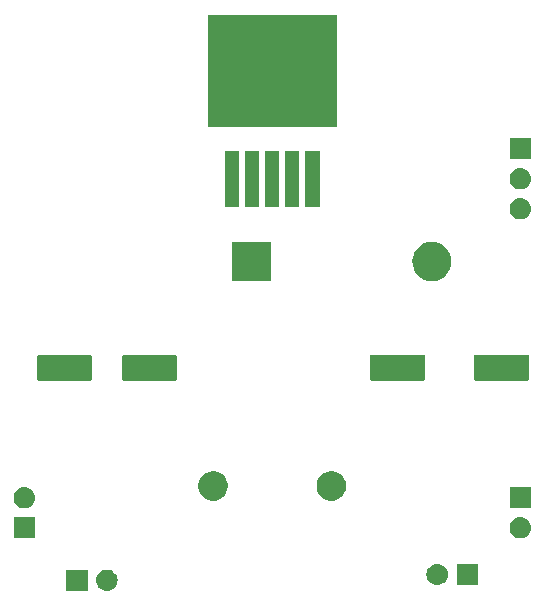
<source format=gbr>
G04 #@! TF.GenerationSoftware,KiCad,Pcbnew,(5.1.2-1)-1*
G04 #@! TF.CreationDate,2020-02-13T23:28:20-08:00*
G04 #@! TF.ProjectId,LM2576,4c4d3235-3736-42e6-9b69-6361645f7063,rev?*
G04 #@! TF.SameCoordinates,Original*
G04 #@! TF.FileFunction,Soldermask,Top*
G04 #@! TF.FilePolarity,Negative*
%FSLAX46Y46*%
G04 Gerber Fmt 4.6, Leading zero omitted, Abs format (unit mm)*
G04 Created by KiCad (PCBNEW (5.1.2-1)-1) date 2020-02-13 23:28:20*
%MOMM*%
%LPD*%
G04 APERTURE LIST*
%ADD10C,0.100000*%
G04 APERTURE END LIST*
D10*
G36*
X23110442Y-67105518D02*
G01*
X23176627Y-67112037D01*
X23346466Y-67163557D01*
X23502991Y-67247222D01*
X23538729Y-67276552D01*
X23640186Y-67359814D01*
X23723448Y-67461271D01*
X23752778Y-67497009D01*
X23836443Y-67653534D01*
X23887963Y-67823373D01*
X23905359Y-68000000D01*
X23887963Y-68176627D01*
X23836443Y-68346466D01*
X23752778Y-68502991D01*
X23723448Y-68538729D01*
X23640186Y-68640186D01*
X23538729Y-68723448D01*
X23502991Y-68752778D01*
X23346466Y-68836443D01*
X23176627Y-68887963D01*
X23110443Y-68894481D01*
X23044260Y-68901000D01*
X22955740Y-68901000D01*
X22889557Y-68894481D01*
X22823373Y-68887963D01*
X22653534Y-68836443D01*
X22497009Y-68752778D01*
X22461271Y-68723448D01*
X22359814Y-68640186D01*
X22276552Y-68538729D01*
X22247222Y-68502991D01*
X22163557Y-68346466D01*
X22112037Y-68176627D01*
X22094641Y-68000000D01*
X22112037Y-67823373D01*
X22163557Y-67653534D01*
X22247222Y-67497009D01*
X22276552Y-67461271D01*
X22359814Y-67359814D01*
X22461271Y-67276552D01*
X22497009Y-67247222D01*
X22653534Y-67163557D01*
X22823373Y-67112037D01*
X22889558Y-67105518D01*
X22955740Y-67099000D01*
X23044260Y-67099000D01*
X23110442Y-67105518D01*
X23110442Y-67105518D01*
G37*
G36*
X21361000Y-68901000D02*
G01*
X19559000Y-68901000D01*
X19559000Y-67099000D01*
X21361000Y-67099000D01*
X21361000Y-68901000D01*
X21361000Y-68901000D01*
G37*
G36*
X51070442Y-66605518D02*
G01*
X51136627Y-66612037D01*
X51306466Y-66663557D01*
X51462991Y-66747222D01*
X51498729Y-66776552D01*
X51600186Y-66859814D01*
X51683448Y-66961271D01*
X51712778Y-66997009D01*
X51796443Y-67153534D01*
X51847963Y-67323373D01*
X51865359Y-67500000D01*
X51847963Y-67676627D01*
X51796443Y-67846466D01*
X51712778Y-68002991D01*
X51683448Y-68038729D01*
X51600186Y-68140186D01*
X51498729Y-68223448D01*
X51462991Y-68252778D01*
X51306466Y-68336443D01*
X51136627Y-68387963D01*
X51070442Y-68394482D01*
X51004260Y-68401000D01*
X50915740Y-68401000D01*
X50849558Y-68394482D01*
X50783373Y-68387963D01*
X50613534Y-68336443D01*
X50457009Y-68252778D01*
X50421271Y-68223448D01*
X50319814Y-68140186D01*
X50236552Y-68038729D01*
X50207222Y-68002991D01*
X50123557Y-67846466D01*
X50072037Y-67676627D01*
X50054641Y-67500000D01*
X50072037Y-67323373D01*
X50123557Y-67153534D01*
X50207222Y-66997009D01*
X50236552Y-66961271D01*
X50319814Y-66859814D01*
X50421271Y-66776552D01*
X50457009Y-66747222D01*
X50613534Y-66663557D01*
X50783373Y-66612037D01*
X50849558Y-66605518D01*
X50915740Y-66599000D01*
X51004260Y-66599000D01*
X51070442Y-66605518D01*
X51070442Y-66605518D01*
G37*
G36*
X54401000Y-68401000D02*
G01*
X52599000Y-68401000D01*
X52599000Y-66599000D01*
X54401000Y-66599000D01*
X54401000Y-68401000D01*
X54401000Y-68401000D01*
G37*
G36*
X16901000Y-64441000D02*
G01*
X15099000Y-64441000D01*
X15099000Y-62639000D01*
X16901000Y-62639000D01*
X16901000Y-64441000D01*
X16901000Y-64441000D01*
G37*
G36*
X58110443Y-62645519D02*
G01*
X58176627Y-62652037D01*
X58346466Y-62703557D01*
X58502991Y-62787222D01*
X58538729Y-62816552D01*
X58640186Y-62899814D01*
X58723448Y-63001271D01*
X58752778Y-63037009D01*
X58836443Y-63193534D01*
X58887963Y-63363373D01*
X58905359Y-63540000D01*
X58887963Y-63716627D01*
X58836443Y-63886466D01*
X58752778Y-64042991D01*
X58723448Y-64078729D01*
X58640186Y-64180186D01*
X58538729Y-64263448D01*
X58502991Y-64292778D01*
X58346466Y-64376443D01*
X58176627Y-64427963D01*
X58110442Y-64434482D01*
X58044260Y-64441000D01*
X57955740Y-64441000D01*
X57889558Y-64434482D01*
X57823373Y-64427963D01*
X57653534Y-64376443D01*
X57497009Y-64292778D01*
X57461271Y-64263448D01*
X57359814Y-64180186D01*
X57276552Y-64078729D01*
X57247222Y-64042991D01*
X57163557Y-63886466D01*
X57112037Y-63716627D01*
X57094641Y-63540000D01*
X57112037Y-63363373D01*
X57163557Y-63193534D01*
X57247222Y-63037009D01*
X57276552Y-63001271D01*
X57359814Y-62899814D01*
X57461271Y-62816552D01*
X57497009Y-62787222D01*
X57653534Y-62703557D01*
X57823373Y-62652037D01*
X57889557Y-62645519D01*
X57955740Y-62639000D01*
X58044260Y-62639000D01*
X58110443Y-62645519D01*
X58110443Y-62645519D01*
G37*
G36*
X16110442Y-60105518D02*
G01*
X16176627Y-60112037D01*
X16346466Y-60163557D01*
X16502991Y-60247222D01*
X16538729Y-60276552D01*
X16640186Y-60359814D01*
X16723448Y-60461271D01*
X16752778Y-60497009D01*
X16836443Y-60653534D01*
X16887963Y-60823373D01*
X16905359Y-61000000D01*
X16887963Y-61176627D01*
X16836443Y-61346466D01*
X16752778Y-61502991D01*
X16723448Y-61538729D01*
X16640186Y-61640186D01*
X16538729Y-61723448D01*
X16502991Y-61752778D01*
X16346466Y-61836443D01*
X16176627Y-61887963D01*
X16110443Y-61894481D01*
X16044260Y-61901000D01*
X15955740Y-61901000D01*
X15889557Y-61894481D01*
X15823373Y-61887963D01*
X15653534Y-61836443D01*
X15497009Y-61752778D01*
X15461271Y-61723448D01*
X15359814Y-61640186D01*
X15276552Y-61538729D01*
X15247222Y-61502991D01*
X15163557Y-61346466D01*
X15112037Y-61176627D01*
X15094641Y-61000000D01*
X15112037Y-60823373D01*
X15163557Y-60653534D01*
X15247222Y-60497009D01*
X15276552Y-60461271D01*
X15359814Y-60359814D01*
X15461271Y-60276552D01*
X15497009Y-60247222D01*
X15653534Y-60163557D01*
X15823373Y-60112037D01*
X15889558Y-60105518D01*
X15955740Y-60099000D01*
X16044260Y-60099000D01*
X16110442Y-60105518D01*
X16110442Y-60105518D01*
G37*
G36*
X58901000Y-61901000D02*
G01*
X57099000Y-61901000D01*
X57099000Y-60099000D01*
X58901000Y-60099000D01*
X58901000Y-61901000D01*
X58901000Y-61901000D01*
G37*
G36*
X32364903Y-58797075D02*
G01*
X32592571Y-58891378D01*
X32797466Y-59028285D01*
X32971715Y-59202534D01*
X33108622Y-59407429D01*
X33202925Y-59635097D01*
X33251000Y-59876787D01*
X33251000Y-60123213D01*
X33202925Y-60364903D01*
X33108622Y-60592571D01*
X32971715Y-60797466D01*
X32797466Y-60971715D01*
X32592571Y-61108622D01*
X32592570Y-61108623D01*
X32592569Y-61108623D01*
X32364903Y-61202925D01*
X32123214Y-61251000D01*
X31876786Y-61251000D01*
X31635097Y-61202925D01*
X31407431Y-61108623D01*
X31407430Y-61108623D01*
X31407429Y-61108622D01*
X31202534Y-60971715D01*
X31028285Y-60797466D01*
X30891378Y-60592571D01*
X30797075Y-60364903D01*
X30749000Y-60123213D01*
X30749000Y-59876787D01*
X30797075Y-59635097D01*
X30891378Y-59407429D01*
X31028285Y-59202534D01*
X31202534Y-59028285D01*
X31407429Y-58891378D01*
X31635097Y-58797075D01*
X31876786Y-58749000D01*
X32123214Y-58749000D01*
X32364903Y-58797075D01*
X32364903Y-58797075D01*
G37*
G36*
X42364903Y-58797075D02*
G01*
X42592571Y-58891378D01*
X42797466Y-59028285D01*
X42971715Y-59202534D01*
X43108622Y-59407429D01*
X43202925Y-59635097D01*
X43251000Y-59876787D01*
X43251000Y-60123213D01*
X43202925Y-60364903D01*
X43108622Y-60592571D01*
X42971715Y-60797466D01*
X42797466Y-60971715D01*
X42592571Y-61108622D01*
X42592570Y-61108623D01*
X42592569Y-61108623D01*
X42364903Y-61202925D01*
X42123214Y-61251000D01*
X41876786Y-61251000D01*
X41635097Y-61202925D01*
X41407431Y-61108623D01*
X41407430Y-61108623D01*
X41407429Y-61108622D01*
X41202534Y-60971715D01*
X41028285Y-60797466D01*
X40891378Y-60592571D01*
X40797075Y-60364903D01*
X40749000Y-60123213D01*
X40749000Y-59876787D01*
X40797075Y-59635097D01*
X40891378Y-59407429D01*
X41028285Y-59202534D01*
X41202534Y-59028285D01*
X41407429Y-58891378D01*
X41635097Y-58797075D01*
X41876786Y-58749000D01*
X42123214Y-58749000D01*
X42364903Y-58797075D01*
X42364903Y-58797075D01*
G37*
G36*
X21566536Y-48902800D02*
G01*
X21597738Y-48912265D01*
X21626486Y-48927631D01*
X21651687Y-48948313D01*
X21672369Y-48973514D01*
X21687735Y-49002262D01*
X21697200Y-49033464D01*
X21701000Y-49072046D01*
X21701000Y-50927954D01*
X21697200Y-50966536D01*
X21687735Y-50997738D01*
X21672369Y-51026486D01*
X21651687Y-51051687D01*
X21626486Y-51072369D01*
X21597738Y-51087735D01*
X21566536Y-51097200D01*
X21527954Y-51101000D01*
X17272046Y-51101000D01*
X17233464Y-51097200D01*
X17202262Y-51087735D01*
X17173514Y-51072369D01*
X17148313Y-51051687D01*
X17127631Y-51026486D01*
X17112265Y-50997738D01*
X17102800Y-50966536D01*
X17099000Y-50927954D01*
X17099000Y-49072046D01*
X17102800Y-49033464D01*
X17112265Y-49002262D01*
X17127631Y-48973514D01*
X17148313Y-48948313D01*
X17173514Y-48927631D01*
X17202262Y-48912265D01*
X17233464Y-48902800D01*
X17272046Y-48899000D01*
X21527954Y-48899000D01*
X21566536Y-48902800D01*
X21566536Y-48902800D01*
G37*
G36*
X28766536Y-48902800D02*
G01*
X28797738Y-48912265D01*
X28826486Y-48927631D01*
X28851687Y-48948313D01*
X28872369Y-48973514D01*
X28887735Y-49002262D01*
X28897200Y-49033464D01*
X28901000Y-49072046D01*
X28901000Y-50927954D01*
X28897200Y-50966536D01*
X28887735Y-50997738D01*
X28872369Y-51026486D01*
X28851687Y-51051687D01*
X28826486Y-51072369D01*
X28797738Y-51087735D01*
X28766536Y-51097200D01*
X28727954Y-51101000D01*
X24472046Y-51101000D01*
X24433464Y-51097200D01*
X24402262Y-51087735D01*
X24373514Y-51072369D01*
X24348313Y-51051687D01*
X24327631Y-51026486D01*
X24312265Y-50997738D01*
X24302800Y-50966536D01*
X24299000Y-50927954D01*
X24299000Y-49072046D01*
X24302800Y-49033464D01*
X24312265Y-49002262D01*
X24327631Y-48973514D01*
X24348313Y-48948313D01*
X24373514Y-48927631D01*
X24402262Y-48912265D01*
X24433464Y-48902800D01*
X24472046Y-48899000D01*
X28727954Y-48899000D01*
X28766536Y-48902800D01*
X28766536Y-48902800D01*
G37*
G36*
X49816536Y-48902800D02*
G01*
X49847738Y-48912265D01*
X49876486Y-48927631D01*
X49901687Y-48948313D01*
X49922369Y-48973514D01*
X49937735Y-49002262D01*
X49947200Y-49033464D01*
X49951000Y-49072046D01*
X49951000Y-50927954D01*
X49947200Y-50966536D01*
X49937735Y-50997738D01*
X49922369Y-51026486D01*
X49901687Y-51051687D01*
X49876486Y-51072369D01*
X49847738Y-51087735D01*
X49816536Y-51097200D01*
X49777954Y-51101000D01*
X45422046Y-51101000D01*
X45383464Y-51097200D01*
X45352262Y-51087735D01*
X45323514Y-51072369D01*
X45298313Y-51051687D01*
X45277631Y-51026486D01*
X45262265Y-50997738D01*
X45252800Y-50966536D01*
X45249000Y-50927954D01*
X45249000Y-49072046D01*
X45252800Y-49033464D01*
X45262265Y-49002262D01*
X45277631Y-48973514D01*
X45298313Y-48948313D01*
X45323514Y-48927631D01*
X45352262Y-48912265D01*
X45383464Y-48902800D01*
X45422046Y-48899000D01*
X49777954Y-48899000D01*
X49816536Y-48902800D01*
X49816536Y-48902800D01*
G37*
G36*
X58616536Y-48902800D02*
G01*
X58647738Y-48912265D01*
X58676486Y-48927631D01*
X58701687Y-48948313D01*
X58722369Y-48973514D01*
X58737735Y-49002262D01*
X58747200Y-49033464D01*
X58751000Y-49072046D01*
X58751000Y-50927954D01*
X58747200Y-50966536D01*
X58737735Y-50997738D01*
X58722369Y-51026486D01*
X58701687Y-51051687D01*
X58676486Y-51072369D01*
X58647738Y-51087735D01*
X58616536Y-51097200D01*
X58577954Y-51101000D01*
X54222046Y-51101000D01*
X54183464Y-51097200D01*
X54152262Y-51087735D01*
X54123514Y-51072369D01*
X54098313Y-51051687D01*
X54077631Y-51026486D01*
X54062265Y-50997738D01*
X54052800Y-50966536D01*
X54049000Y-50927954D01*
X54049000Y-49072046D01*
X54052800Y-49033464D01*
X54062265Y-49002262D01*
X54077631Y-48973514D01*
X54098313Y-48948313D01*
X54123514Y-48927631D01*
X54152262Y-48912265D01*
X54183464Y-48902800D01*
X54222046Y-48899000D01*
X58577954Y-48899000D01*
X58616536Y-48902800D01*
X58616536Y-48902800D01*
G37*
G36*
X36911000Y-42651000D02*
G01*
X33609000Y-42651000D01*
X33609000Y-39349000D01*
X36911000Y-39349000D01*
X36911000Y-42651000D01*
X36911000Y-42651000D01*
G37*
G36*
X50823651Y-39372888D02*
G01*
X51134870Y-39467296D01*
X51421680Y-39620599D01*
X51421683Y-39620601D01*
X51421684Y-39620602D01*
X51673082Y-39826918D01*
X51879398Y-40078316D01*
X51879401Y-40078320D01*
X52032704Y-40365130D01*
X52127112Y-40676349D01*
X52158988Y-41000000D01*
X52127112Y-41323651D01*
X52032704Y-41634870D01*
X51879401Y-41921680D01*
X51879399Y-41921683D01*
X51879398Y-41921684D01*
X51673082Y-42173082D01*
X51421684Y-42379398D01*
X51421680Y-42379401D01*
X51134870Y-42532704D01*
X50823651Y-42627112D01*
X50581107Y-42651000D01*
X50418893Y-42651000D01*
X50176349Y-42627112D01*
X49865130Y-42532704D01*
X49578320Y-42379401D01*
X49578316Y-42379398D01*
X49326918Y-42173082D01*
X49120602Y-41921684D01*
X49120601Y-41921683D01*
X49120599Y-41921680D01*
X48967296Y-41634870D01*
X48872888Y-41323651D01*
X48841012Y-41000000D01*
X48872888Y-40676349D01*
X48967296Y-40365130D01*
X49120599Y-40078320D01*
X49120602Y-40078316D01*
X49326918Y-39826918D01*
X49578316Y-39620602D01*
X49578317Y-39620601D01*
X49578320Y-39620599D01*
X49865130Y-39467296D01*
X50176349Y-39372888D01*
X50418893Y-39349000D01*
X50581107Y-39349000D01*
X50823651Y-39372888D01*
X50823651Y-39372888D01*
G37*
G36*
X58110443Y-35645519D02*
G01*
X58176627Y-35652037D01*
X58346466Y-35703557D01*
X58502991Y-35787222D01*
X58538729Y-35816552D01*
X58640186Y-35899814D01*
X58723448Y-36001271D01*
X58752778Y-36037009D01*
X58836443Y-36193534D01*
X58887963Y-36363373D01*
X58905359Y-36540000D01*
X58887963Y-36716627D01*
X58836443Y-36886466D01*
X58752778Y-37042991D01*
X58723448Y-37078729D01*
X58640186Y-37180186D01*
X58538729Y-37263448D01*
X58502991Y-37292778D01*
X58346466Y-37376443D01*
X58176627Y-37427963D01*
X58110443Y-37434481D01*
X58044260Y-37441000D01*
X57955740Y-37441000D01*
X57889557Y-37434481D01*
X57823373Y-37427963D01*
X57653534Y-37376443D01*
X57497009Y-37292778D01*
X57461271Y-37263448D01*
X57359814Y-37180186D01*
X57276552Y-37078729D01*
X57247222Y-37042991D01*
X57163557Y-36886466D01*
X57112037Y-36716627D01*
X57094641Y-36540000D01*
X57112037Y-36363373D01*
X57163557Y-36193534D01*
X57247222Y-36037009D01*
X57276552Y-36001271D01*
X57359814Y-35899814D01*
X57461271Y-35816552D01*
X57497009Y-35787222D01*
X57653534Y-35703557D01*
X57823373Y-35652037D01*
X57889557Y-35645519D01*
X57955740Y-35639000D01*
X58044260Y-35639000D01*
X58110443Y-35645519D01*
X58110443Y-35645519D01*
G37*
G36*
X34201000Y-36351000D02*
G01*
X32999000Y-36351000D01*
X32999000Y-31649000D01*
X34201000Y-31649000D01*
X34201000Y-36351000D01*
X34201000Y-36351000D01*
G37*
G36*
X37601000Y-36351000D02*
G01*
X36399000Y-36351000D01*
X36399000Y-31649000D01*
X37601000Y-31649000D01*
X37601000Y-36351000D01*
X37601000Y-36351000D01*
G37*
G36*
X39301000Y-36351000D02*
G01*
X38099000Y-36351000D01*
X38099000Y-31649000D01*
X39301000Y-31649000D01*
X39301000Y-36351000D01*
X39301000Y-36351000D01*
G37*
G36*
X41001000Y-36351000D02*
G01*
X39799000Y-36351000D01*
X39799000Y-31649000D01*
X41001000Y-31649000D01*
X41001000Y-36351000D01*
X41001000Y-36351000D01*
G37*
G36*
X35901000Y-36351000D02*
G01*
X34699000Y-36351000D01*
X34699000Y-31649000D01*
X35901000Y-31649000D01*
X35901000Y-36351000D01*
X35901000Y-36351000D01*
G37*
G36*
X58110442Y-33105518D02*
G01*
X58176627Y-33112037D01*
X58346466Y-33163557D01*
X58502991Y-33247222D01*
X58538729Y-33276552D01*
X58640186Y-33359814D01*
X58723448Y-33461271D01*
X58752778Y-33497009D01*
X58836443Y-33653534D01*
X58887963Y-33823373D01*
X58905359Y-34000000D01*
X58887963Y-34176627D01*
X58836443Y-34346466D01*
X58752778Y-34502991D01*
X58723448Y-34538729D01*
X58640186Y-34640186D01*
X58538729Y-34723448D01*
X58502991Y-34752778D01*
X58346466Y-34836443D01*
X58176627Y-34887963D01*
X58110442Y-34894482D01*
X58044260Y-34901000D01*
X57955740Y-34901000D01*
X57889558Y-34894482D01*
X57823373Y-34887963D01*
X57653534Y-34836443D01*
X57497009Y-34752778D01*
X57461271Y-34723448D01*
X57359814Y-34640186D01*
X57276552Y-34538729D01*
X57247222Y-34502991D01*
X57163557Y-34346466D01*
X57112037Y-34176627D01*
X57094641Y-34000000D01*
X57112037Y-33823373D01*
X57163557Y-33653534D01*
X57247222Y-33497009D01*
X57276552Y-33461271D01*
X57359814Y-33359814D01*
X57461271Y-33276552D01*
X57497009Y-33247222D01*
X57653534Y-33163557D01*
X57823373Y-33112037D01*
X57889558Y-33105518D01*
X57955740Y-33099000D01*
X58044260Y-33099000D01*
X58110442Y-33105518D01*
X58110442Y-33105518D01*
G37*
G36*
X58901000Y-32361000D02*
G01*
X57099000Y-32361000D01*
X57099000Y-30559000D01*
X58901000Y-30559000D01*
X58901000Y-32361000D01*
X58901000Y-32361000D01*
G37*
G36*
X42451000Y-29601000D02*
G01*
X31549000Y-29601000D01*
X31549000Y-20099000D01*
X42451000Y-20099000D01*
X42451000Y-29601000D01*
X42451000Y-29601000D01*
G37*
M02*

</source>
